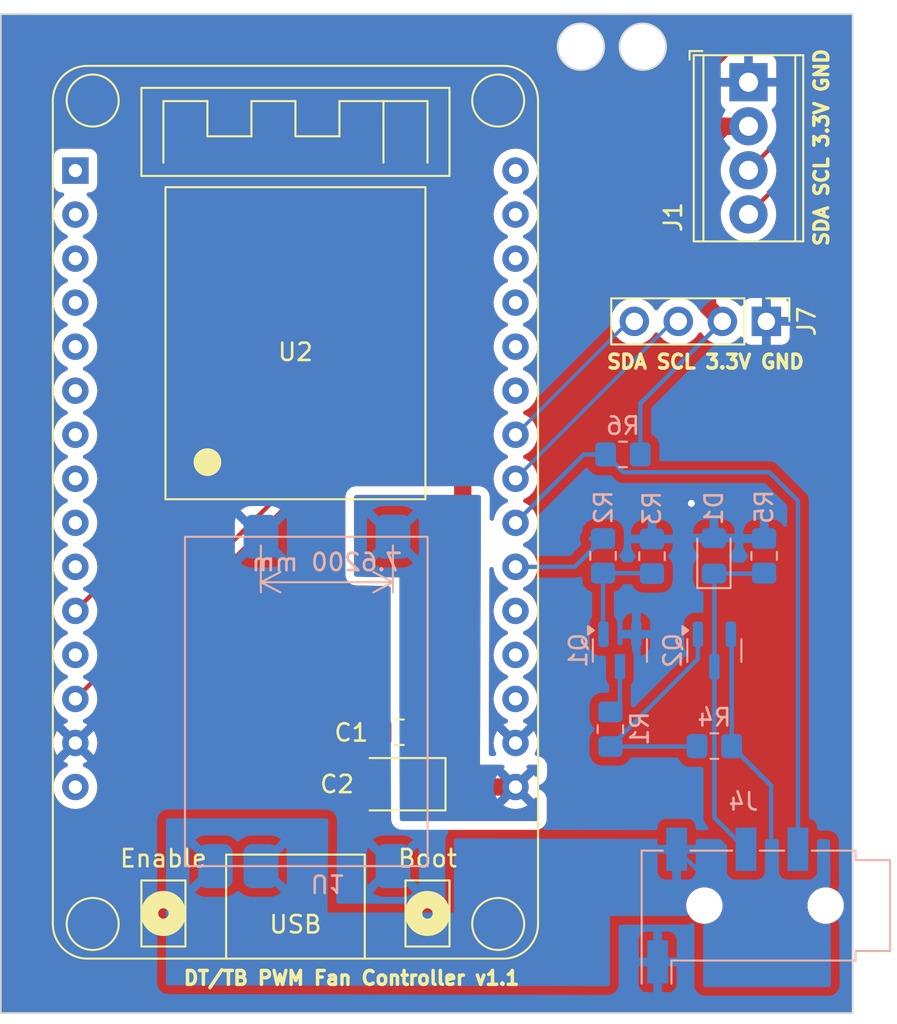
<source format=kicad_pcb>
(kicad_pcb (version 20240108) (generator "pcbnew") (generator_version "8.0")
  (layers (0 "F.Cu" signal) (31 "B.Cu" signal) (34 "B.Paste" user) (35 "F.Paste" user) (36 "B.SilkS" user "B.Silkscreen") (37 "F.SilkS" user "F.Silkscreen") (38 "B.Mask" user) (39 "F.Mask" user) (44 "Edge.Cuts" user))
  (net 0 "")
  (net 1 "Net-(D1-K)")
  (net 2 "GND")
  (net 3 "+10V")
  (net 4 "+3V3")
  (net 18 "Tacho")
  (net 23 "Net-(Q1-B)")
  (net 24 "Net-(Q1-C)")
  (net 25 "Net-(Q2-G)")
  (net 26 "Net-(J1-Pin_3)")
  (net 27 "Net-(J1-Pin_4)")
  (net 28 "SCD41_SCL")
  (net 29 "SCD41_SCA")
  (net 31 "Net-(U2-IO16)")
  (footprint "Capacitor_Tantalum_SMD:CP_EIA-3528-12_Kemet-T_Pad1.50x2.35mm_HandSolder" (layer "F.Cu") (at 96.05 90.425 180)
    (property "Reference" "C2" (at 3.625 0 0) (layer "F.SilkS"))
    (property "Value" "10uF")
    (fp_line (start 1.75 -1.51) (end -2.635 -1.51) (stroke (width 0.12)) (layer "F.SilkS"))
    (fp_line (start -2.635 1.51) (end 1.75 1.51) (stroke (width 0.12)) (layer "F.SilkS"))
    (fp_line (start -2.635 -1.51) (end -2.635 1.51) (stroke (width 0.12)) (layer "F.SilkS"))
    (pad "1" smd roundrect (at -1.625 0 180) (size 1.5 2.35) (layers "F.Cu" "F.Paste" "F.Mask") (roundrect_rratio 0.166667) (net 4 "+3V3"))
    (pad "2" smd roundrect (at 1.625 0 180) (size 1.5 2.35) (layers "F.Cu" "F.Paste" "F.Mask") (roundrect_rratio 0.166667) (net 2 "GND"))
  )
  (footprint "TerminalBlock_Phoenix:TerminalBlock_Phoenix_MPT-0,5-4-2.54_1x04_P2.54mm_Horizontal" (layer "F.Cu") (at 116.17 49.93 -90)
    (property "Reference" "J1" (at 7.78 4.35 90) (layer "F.SilkS"))
    (property "Value" "Screw_Terminal_01x04")
    (fp_line (start -1.8 3.4) (end -1.3 3.4) (stroke (width 0.12)) (layer "F.SilkS"))
    (fp_line (start -1.56 3.16) (end 9.18 3.16) (stroke (width 0.12)) (layer "F.SilkS"))
    (fp_line (start -1.8 2.66) (end -1.8 3.4) (stroke (width 0.12)) (layer "F.SilkS"))
    (fp_line (start -1.56 2.6) (end 9.18 2.6) (stroke (width 0.12)) (layer "F.SilkS"))
    (fp_line (start -1.56 -2.7) (end 9.18 -2.7) (stroke (width 0.12)) (layer "F.SilkS"))
    (fp_line (start -1.56 -3.16) (end -1.56 3.16) (stroke (width 0.12)) (layer "F.SilkS"))
    (fp_line (start -1.56 -3.16) (end 9.18 -3.16) (stroke (width 0.12)) (layer "F.SilkS"))
    (fp_line (start 9.18 -3.16) (end 9.18 3.16) (stroke (width 0.12)) (layer "F.SilkS"))
    (pad "1" thru_hole rect (at 0 0 270) (size 2.2 2.2) (drill 1.1) (layers "*.Cu" "*.Mask") (net 2 "GND"))
    (pad "2" thru_hole circle (at 2.54 0 270) (size 2.2 2.2) (drill 1.1) (layers "*.Cu" "*.Mask") (net 4 "+3V3"))
    (pad "3" thru_hole circle (at 5.08 0 270) (size 2.2 2.2) (drill 1.1) (layers "*.Cu" "*.Mask") (net 26 "Net-(J1-Pin_3)"))
    (pad "4" thru_hole circle (at 7.62 0 270) (size 2.2 2.2) (drill 1.1) (layers "*.Cu" "*.Mask") (net 27 "Net-(J1-Pin_4)"))
  )
  (footprint "A_LOCAL_LIBS:esp32_devkit_v1_doit" (layer "F.Cu") (at 90.025 55.025)
    (property "Reference" "U2" (at 0 10.47 0) (layer "F.SilkS"))
    (property "Value" "ESP32_DevKit_V1_DOIT")
    (fp_line (start -14 -4.04) (end -14 43.46) (stroke (width 0.12)) (layer "F.SilkS"))
    (fp_line (start -12 -6.04) (end 12 -6.04) (stroke (width 0.12)) (layer "F.SilkS"))
    (fp_line (start -12 45.46) (end 12 45.46) (stroke (width 0.12)) (layer "F.SilkS"))
    (fp_line (start -8.89 -4.77) (end 8.89 -4.77) (stroke (width 0.12)) (layer "F.SilkS"))
    (fp_line (start -8.89 0.31) (end -8.89 -4.77) (stroke (width 0.12)) (layer "F.SilkS"))
    (fp_line (start -8.89 40.95) (end -6.35 40.95) (stroke (width 0.12)) (layer "F.SilkS"))
    (fp_line (start -8.89 44.76) (end -8.89 40.95) (stroke (width 0.12)) (layer "F.SilkS"))
    (fp_line (start -7.62 -4.008) (end -5.08 -4.008) (stroke (width 0.12)) (layer "F.SilkS"))
    (fp_line (start -7.62 -0.452) (end -7.62 -4.008) (stroke (width 0.12)) (layer "F.SilkS"))
    (fp_line (start -7.5 0.96) (end 7.5 0.96) (stroke (width 0.12)) (layer "F.SilkS"))
    (fp_line (start -7.5 18.96) (end -7.5 0.96) (stroke (width 0.12)) (layer "F.SilkS"))
    (fp_line (start -6.35 40.95) (end -6.35 44.76) (stroke (width 0.12)) (layer "F.SilkS"))
    (fp_line (start -6.35 44.76) (end -8.89 44.76) (stroke (width 0.12)) (layer "F.SilkS"))
    (fp_line (start -5.08 -4.008) (end -5.08 -1.976) (stroke (width 0.12)) (layer "F.SilkS"))
    (fp_line (start -5.08 -1.976) (end -2.54 -1.976) (stroke (width 0.12)) (layer "F.SilkS"))
    (fp_line (start -4 39.46) (end -4 45.46) (stroke (width 0.12)) (layer "F.SilkS"))
    (fp_line (start -4 39.46) (end 4 39.46) (stroke (width 0.12)) (layer "F.SilkS"))
    (fp_line (start -2.54 -4.008) (end 0 -4.008) (stroke (width 0.12)) (layer "F.SilkS"))
    (fp_line (start -2.54 -1.976) (end -2.54 -4.008) (stroke (width 0.12)) (layer "F.SilkS"))
    (fp_line (start 0 -4.008) (end 0 -1.976) (stroke (width 0.12)) (layer "F.SilkS"))
    (fp_line (start 0 -1.976) (end 2.54 -1.976) (stroke (width 0.12)) (layer "F.SilkS"))
    (fp_line (start 2.54 -4.008) (end 7.62 -4.008) (stroke (width 0.12)) (layer "F.SilkS"))
    (fp_line (start 2.54 -1.976) (end 2.54 -4.008) (stroke (width 0.12)) (layer "F.SilkS"))
    (fp_line (start 4 39.46) (end 4 45.46) (stroke (width 0.12)) (layer "F.SilkS"))
    (fp_line (start 5.08 -4.008) (end 5.08 -0.452) (stroke (width 0.12)) (layer "F.SilkS"))
    (fp_line (start 6.35 40.95) (end 8.89 40.95) (stroke (width 0.12)) (layer "F.SilkS"))
    (fp_line (start 6.35 44.76) (end 6.35 40.95) (stroke (width 0.12)) (layer "F.SilkS"))
    (fp_line (start 7.5 0.96) (end 7.5 18.96) (stroke (width 0.12)) (layer "F.SilkS"))
    (fp_line (start 7.5 18.96) (end -7.5 18.96) (stroke (width 0.12)) (layer "F.SilkS"))
    (fp_line (start 7.62 -4.008) (end 7.62 -0.452) (stroke (width 0.12)) (layer "F.SilkS"))
    (fp_line (start 8.89 -4.77) (end 8.89 0.31) (stroke (width 0.12)) (layer "F.SilkS"))
    (fp_line (start 8.89 0.31) (end -8.89 0.31) (stroke (width 0.12)) (layer "F.SilkS"))
    (fp_line (start 8.89 40.95) (end 8.89 44.76) (stroke (width 0.12)) (layer "F.SilkS"))
    (fp_line (start 8.89 44.76) (end 6.35 44.76) (stroke (width 0.12)) (layer "F.SilkS"))
    (fp_line (start 14 43.46) (end 14 -4.04) (stroke (width 0.12)) (layer "F.SilkS"))
    (fp_arc (start -14 -4.04) (mid -13.414214 -5.454214) (end -12 -6.04) (stroke (width 0.12)) (layer "F.SilkS"))
    (fp_arc (start -12 45.46) (mid -13.414214 44.874214) (end -14 43.46) (stroke (width 0.12)) (layer "F.SilkS"))
    (fp_arc (start 12 -6.04) (mid 13.414214 -5.454214) (end 14 -4.04) (stroke (width 0.12)) (layer "F.SilkS"))
    (fp_arc (start 14 43.46) (mid 13.414214 44.874214) (end 12 45.46) (stroke (width 0.12)) (layer "F.SilkS"))
    (fp_circle (center -11.7 -4.04) (end -10.2 -4.04) (stroke (width 0.12)) (fill none) (layer "F.SilkS"))
    (fp_circle (center -11.7 43.46) (end -10.2 43.46) (stroke (width 0.12)) (fill none) (layer "F.SilkS"))
    (fp_circle (center -7.62 42.855) (end -7.32 42.855) (stroke (width 1)) (fill none) (layer "F.SilkS"))
    (fp_circle (center -5.08 16.82) (end -4.68 16.82) (stroke (width 0.8)) (fill none) (layer "F.SilkS"))
    (fp_circle (center 7.62 42.855) (end 7.92 42.855) (stroke (width 1)) (fill none) (layer "F.SilkS"))
    (fp_circle (center 11.7 -4.04) (end 13.2 -4.04) (stroke (width 0.12)) (fill none) (layer "F.SilkS"))
    (fp_circle (center 11.7 43.46) (end 13.2 43.46) (stroke (width 0.12)) (fill none) (layer "F.SilkS"))
    (fp_text user "USB" (at 0 43.49 0) (layer "F.SilkS"))
    (fp_text user "Enable" (at -7.62 39.68 0) (layer "F.SilkS"))
    (fp_text user "Boot" (at 7.62 39.68 0) (layer "F.SilkS"))
    (pad "1" thru_hole rect (at -12.7 0) (size 1.524 1.524) (drill 0.762) (layers "*.Cu" "*.Mask"))
    (pad "2" thru_hole circle (at -12.7 2.54) (size 1.524 1.524) (drill 0.762) (layers "*.Cu" "*.Mask"))
    (pad "3" thru_hole circle (at -12.7 5.08) (size 1.524 1.524) (drill 0.762) (layers "*.Cu" "*.Mask"))
    (pad "4" thru_hole circle (at -12.7 7.62) (size 1.524 1.524) (drill 0.762) (layers "*.Cu" "*.Mask"))
    (pad "5" thru_hole circle (at -12.7 10.16) (size 1.524 1.524) (drill 0.762) (layers "*.Cu" "*.Mask"))
    (pad "6" thru_hole circle (at -12.7 12.7) (size 1.524 1.524) (drill 0.762) (layers "*.Cu" "*.Mask"))
    (pad "7" thru_hole circle (at -12.7 15.24) (size 1.524 1.524) (drill 0.762) (layers "*.Cu" "*.Mask"))
    (pad "8" thru_hole circle (at -12.7 17.78) (size 1.524 1.524) (drill 0.762) (layers "*.Cu" "*.Mask"))
    (pad "9" thru_hole circle (at -12.7 20.32) (size 1.524 1.524) (drill 0.762) (layers "*.Cu" "*.Mask"))
    (pad "10" thru_hole circle (at -12.7 22.86) (size 1.524 1.524) (drill 0.762) (layers "*.Cu" "*.Mask"))
    (pad "11" thru_hole circle (at -12.7 25.4) (size 1.524 1.524) (drill 0.762) (layers "*.Cu" "*.Mask") (net 27 "Net-(J1-Pin_4)"))
    (pad "12" thru_hole circle (at -12.7 27.94) (size 1.524 1.524) (drill 0.762) (layers "*.Cu" "*.Mask"))
    (pad "13" thru_hole circle (at -12.7 30.48) (size 1.524 1.524) (drill 0.762) (layers "*.Cu" "*.Mask") (net 26 "Net-(J1-Pin_3)"))
    (pad "14" thru_hole circle (at -12.7 33.02) (size 1.524 1.524) (drill 0.762) (layers "*.Cu" "*.Mask") (net 2 "GND"))
    (pad "15" thru_hole circle (at -12.7 35.56) (size 1.524 1.524) (drill 0.762) (layers "*.Cu" "*.Mask"))
    (pad "16" thru_hole circle (at 12.7 35.56) (size 1.524 1.524) (drill 0.762) (layers "*.Cu" "*.Mask") (net 4 "+3V3"))
    (pad "17" thru_hole circle (at 12.7 33.02) (size 1.524 1.524) (drill 0.762) (layers "*.Cu" "*.Mask") (net 2 "GND"))
    (pad "18" thru_hole circle (at 12.7 30.48) (size 1.524 1.524) (drill 0.762) (layers "*.Cu" "*.Mask"))
    (pad "19" thru_hole circle (at 12.7 27.94) (size 1.524 1.524) (drill 0.762) (layers "*.Cu" "*.Mask"))
    (pad "20" thru_hole circle (at 12.7 25.4) (size 1.524 1.524) (drill 0.762) (layers "*.Cu" "*.Mask"))
    (pad "21" thru_hole circle (at 12.7 22.86) (size 1.524 1.524) (drill 0.762) (layers "*.Cu" "*.Mask") (net 31 "Net-(U2-IO16)"))
    (pad "22" thru_hole circle (at 12.7 20.32) (size 1.524 1.524) (drill 0.762) (layers "*.Cu" "*.Mask") (net 18 "Tacho"))
    (pad "23" thru_hole circle (at 12.7 17.78) (size 1.524 1.524) (drill 0.762) (layers "*.Cu" "*.Mask") (net 28 "SCD41_SCL"))
    (pad "24" thru_hole circle (at 12.7 15.24) (size 1.524 1.524) (drill 0.762) (layers "*.Cu" "*.Mask") (net 29 "SCD41_SCA"))
    (pad "25" thru_hole circle (at 12.7 12.7) (size 1.524 1.524) (drill 0.762) (layers "*.Cu" "*.Mask"))
    (pad "26" thru_hole circle (at 12.7 10.16) (size 1.524 1.524) (drill 0.762) (layers "*.Cu" "*.Mask"))
    (pad "27" thru_hole circle (at 12.7 7.62) (size 1.524 1.524) (drill 0.762) (layers "*.Cu" "*.Mask"))
    (pad "28" thru_hole circle (at 12.7 5.08) (size 1.524 1.524) (drill 0.762) (layers "*.Cu" "*.Mask"))
    (pad "29" thru_hole circle (at 12.7 2.54) (size 1.524 1.524) (drill 0.762) (layers "*.Cu" "*.Mask"))
    (pad "30" thru_hole circle (at 12.7 0) (size 1.524 1.524) (drill 0.762) (layers "*.Cu" "*.Mask"))
  )
  (footprint "Connector_PinHeader_2.54mm:PinHeader_1x04_P2.54mm_Vertical" (layer "F.Cu") (at 117.2 63.725 -90)
    (property "Reference" "J7" (at 0 -2.33 90) (layer "F.SilkS"))
    (property "Value" "Conn_01x04")
    (fp_line (start -1.33 8.95) (end 1.33 8.95) (stroke (width 0.12)) (layer "F.SilkS"))
    (fp_line (start -1.33 1.27) (end -1.33 8.95) (stroke (width 0.12)) (layer "F.SilkS"))
    (fp_line (start -1.33 1.27) (end 1.33 1.27) (stroke (width 0.12)) (layer "F.SilkS"))
    (fp_line (start 1.33 1.27) (end 1.33 8.95) (stroke (width 0.12)) (layer "F.SilkS"))
    (fp_line (start -1.33 0) (end -1.33 -1.33) (stroke (width 0.12)) (layer "F.SilkS"))
    (fp_line (start -1.33 -1.33) (end 0 -1.33) (stroke (width 0.12)) (layer "F.SilkS"))
    (pad "1" thru_hole rect (at 0 0 270) (size 1.7 1.7) (drill 1) (layers "*.Cu" "*.Mask") (net 2 "GND"))
    (pad "2" thru_hole oval (at 0 2.54 270) (size 1.7 1.7) (drill 1) (layers "*.Cu" "*.Mask") (net 4 "+3V3"))
    (pad "3" thru_hole oval (at 0 5.08 270) (size 1.7 1.7) (drill 1) (layers "*.Cu" "*.Mask") (net 28 "SCD41_SCL"))
    (pad "4" thru_hole oval (at 0 7.62 270) (size 1.7 1.7) (drill 1) (layers "*.Cu" "*.Mask") (net 29 "SCD41_SCA"))
  )
  (footprint "Capacitor_SMD:C_0805_2012Metric_Pad1.18x1.45mm_HandSolder" (layer "F.Cu") (at 96.0125 87.425 180)
    (property "Reference" "C1" (at 2.7625 -0.025 0) (layer "F.SilkS"))
    (property "Value" "0.1uF")
    (fp_line (start -0.261252 0.735) (end 0.261252 0.735) (stroke (width 0.12)) (layer "F.SilkS"))
    (fp_line (start -0.261252 -0.735) (end 0.261252 -0.735) (stroke (width 0.12)) (layer "F.SilkS"))
    (pad "1" smd roundrect (at -1.0375 0 180) (size 1.175 1.45) (layers "F.Cu" "F.Paste" "F.Mask") (roundrect_rratio 0.212766) (net 4 "+3V3"))
    (pad "2" smd roundrect (at 1.0375 0 180) (size 1.175 1.45) (layers "F.Cu" "F.Paste" "F.Mask") (roundrect_rratio 0.212766) (net 2 "GND"))
  )
  (footprint "Package_TO_SOT_SMD:SOT-23" (layer "B.Cu") (at 114.2 82.7125 -90)
    (property "Reference" "Q2" (at 0 2.4 90) (layer "B.SilkS") (effects (justify mirror)))
    (property "Value" "BSS84")
    (fp_line (start -0.65 1.56) (end 0 1.56) (stroke (width 0.12)) (layer "B.SilkS"))
    (fp_line (start 0.65 1.56) (end 0 1.56) (stroke (width 0.12)) (layer "B.SilkS"))
    (fp_line (start -0.65 -1.56) (end 0 -1.56) (stroke (width 0.12)) (layer "B.SilkS"))
    (fp_line (start 0.65 -1.56) (end 0 -1.56) (stroke (width 0.12)) (layer "B.SilkS"))
    (fp_poly (pts (xy -1.1625 1.51) (xy -1.4025 1.84) (xy -0.9225 1.84) (xy -1.1625 1.51)) (stroke (width 0.12)) (fill solid) (layer "B.SilkS"))
    (pad "1" smd roundrect (at -0.9375 0.95 270) (size 1.475 0.6) (layers "B.Cu" "B.Paste" "B.Mask") (net 25 "Net-(Q2-G)"))
    (pad "2" smd roundrect (at -0.9375 -0.95 270) (size 1.475 0.6) (layers "B.Cu" "B.Paste" "B.Mask") (net 3 "+10V"))
    (pad "3" smd roundrect (at 0.9375 0 270) (size 1.475 0.6) (layers "B.Cu" "B.Paste" "B.Mask") (net 1 "Net-(D1-K)"))
  )
  (footprint "Resistor_SMD:R_0805_2012Metric_Pad1.20x1.40mm_HandSolder" (layer "B.Cu") (at 117.075 77.25 90)
    (property "Reference" "R5" (at 2.825 0 90) (layer "B.SilkS") (effects (justify mirror)))
    (property "Value" "10K")
    (fp_line (start 0.227064 -0.735) (end -0.227064 -0.735) (stroke (width 0.12)) (layer "B.SilkS"))
    (fp_line (start 0.227064 0.735) (end -0.227064 0.735) (stroke (width 0.12)) (layer "B.SilkS"))
    (pad "1" smd roundrect (at -1 0 90) (size 1.2 1.4) (layers "B.Cu" "B.Paste" "B.Mask") (roundrect_rratio 0.2083333333) (net 1 "Net-(D1-K)"))
    (pad "2" smd roundrect (at 1 0 90) (size 1.2 1.4) (layers "B.Cu" "B.Paste" "B.Mask") (roundrect_rratio 0.2083333333) (net 2 "GND"))
  )
  (footprint "Resistor_SMD:R_0805_2012Metric_Pad1.20x1.40mm_HandSolder" (layer "B.Cu") (at 107.775 77.25 -90)
    (property "Reference" "R2" (at -2.8 -0.025 90) (layer "B.SilkS") (effects (justify mirror)))
    (property "Value" "2.2k")
    (fp_line (start 0.227064 0.735) (end -0.227064 0.735) (stroke (width 0.12)) (layer "B.SilkS"))
    (fp_line (start 0.227064 -0.735) (end -0.227064 -0.735) (stroke (width 0.12)) (layer "B.SilkS"))
    (pad "1" smd roundrect (at -1 0 270) (size 1.2 1.4) (layers "B.Cu" "B.Paste" "B.Mask") (roundrect_rratio 0.2083333333) (net 31 "Net-(U2-IO16)"))
    (pad "2" smd roundrect (at 1 0 270) (size 1.2 1.4) (layers "B.Cu" "B.Paste" "B.Mask") (roundrect_rratio 0.2083333333) (net 23 "Net-(Q1-B)"))
  )
  (footprint "Resistor_SMD:R_0805_2012Metric_Pad1.20x1.40mm_HandSolder" (layer "B.Cu") (at 108.2 87.25 90)
    (property "Reference" "R1" (at 0.035 1.695 90) (layer "B.SilkS") (effects (justify mirror)))
    (property "Value" "10K")
    (fp_line (start 0.227064 -0.735) (end -0.227064 -0.735) (stroke (width 0.12)) (layer "B.SilkS"))
    (fp_line (start 0.227064 0.735) (end -0.227064 0.735) (stroke (width 0.12)) (layer "B.SilkS"))
    (pad "1" smd roundrect (at -1 0 90) (size 1.2 1.4) (layers "B.Cu" "B.Paste" "B.Mask") (roundrect_rratio 0.2083333333) (net 25 "Net-(Q2-G)"))
    (pad "2" smd roundrect (at 1 0 90) (size 1.2 1.4) (layers "B.Cu" "B.Paste" "B.Mask") (roundrect_rratio 0.2083333333) (net 24 "Net-(Q1-C)"))
  )
  (footprint "Connector_Audio:Jack_3.5mm_KoreanHropartsElec_PJ-320D-4A_Horizontal" (layer "B.Cu") (at 115.875 97.425 180)
    (property "Reference" "J4" (at 0 6 0) (layer "B.SilkS") (effects (justify mirror)))
    (property "Value" "AudioJack4")
    (fp_line (start 5.87 -4.5) (end 5.87 3.17) (stroke (width 0.12)) (layer "B.SilkS"))
    (fp_line (start 4.65 3.17) (end 5.87 3.17) (stroke (width 0.12)) (layer "B.SilkS"))
    (fp_line (start 4.15 -3.17) (end 4.15 -4.5) (stroke (width 0.12)) (layer "B.SilkS"))
    (fp_line (start 3.05 3.17) (end 0.65 3.17) (stroke (width 0.12)) (layer "B.SilkS"))
    (fp_line (start -0.95 3.17) (end -2.35 3.17) (stroke (width 0.12)) (layer "B.SilkS"))
    (fp_line (start -3.95 3.17) (end -6.47 3.17) (stroke (width 0.12)) (layer "B.SilkS"))
    (fp_line (start -6.47 3.17) (end -6.47 2.62) (stroke (width 0.12)) (layer "B.SilkS"))
    (fp_line (start -6.47 2.62) (end -8.47 2.62) (stroke (width 0.12)) (layer "B.SilkS"))
    (fp_line (start -6.47 -2.62) (end -6.47 -3.17) (stroke (width 0.12)) (layer "B.SilkS"))
    (fp_line (start -6.47 -3.17) (end 4.15 -3.17) (stroke (width 0.12)) (layer "B.SilkS"))
    (fp_line (start -8.47 2.62) (end -8.47 -2.62) (stroke (width 0.12)) (layer "B.SilkS"))
    (fp_line (start -8.47 -2.62) (end -6.47 -2.62) (stroke (width 0.12)) (layer "B.SilkS"))
    (pad "" np_thru_hole circle (at -4.75 0 180) (size 1.6 1.6) (drill 1.6) (layers "F&B.Cu" "*.Mask"))
    (pad "" np_thru_hole circle (at 2.25 0 180) (size 1.6 1.6) (drill 1.6) (layers "F&B.Cu" "*.Mask"))
    (pad "R1" smd rect (at -0.15 3.25 180) (size 1.2 2.5) (layers "B.Cu" "B.Paste" "B.Mask") (net 1 "Net-(D1-K)"))
    (pad "R2" smd rect (at -3.15 3.25 180) (size 1.2 2.5) (layers "B.Cu" "B.Paste" "B.Mask") (net 18 "Tacho"))
    (pad "S" smd rect (at 4.95 -3.25 180) (size 1.2 2.5) (layers "B.Cu" "B.Paste" "B.Mask") (net 2 "GND"))
    (pad "T" smd rect (at 3.85 3.25 180) (size 1.2 2.5) (layers "B.Cu" "B.Paste" "B.Mask") (net 3 "+10V"))
  )
  (footprint "Package_TO_SOT_SMD:SOT-23" (layer "B.Cu") (at 108.75 82.7125 -90)
    (property "Reference" "Q1" (at 0 2.4 90) (layer "B.SilkS") (effects (justify mirror)))
    (property "Value" "MMBT3904")
    (fp_line (start -0.65 1.56) (end 0 1.56) (stroke (width 0.12)) (layer "B.SilkS"))
    (fp_line (start 0.65 1.56) (end 0 1.56) (stroke (width 0.12)) (layer "B.SilkS"))
    (fp_line (start -0.65 -1.56) (end 0 -1.56) (stroke (width 0.12)) (layer "B.SilkS"))
    (fp_line (start 0.65 -1.56) (end 0 -1.56) (stroke (width 0.12)) (layer "B.SilkS"))
    (fp_poly (pts (xy -1.1625 1.51) (xy -1.4025 1.84) (xy -0.9225 1.84) (xy -1.1625 1.51)) (stroke (width 0.12)) (fill solid) (layer "B.SilkS"))
    (pad "1" smd roundrect (at -0.9375 0.95 270) (size 1.475 0.6) (layers "B.Cu" "B.Paste" "B.Mask") (net 23 "Net-(Q1-B)"))
    (pad "2" smd roundrect (at -0.9375 -0.95 270) (size 1.475 0.6) (layers "B.Cu" "B.Paste" "B.Mask") (net 2 "GND"))
    (pad "3" smd roundrect (at 0.9375 0 270) (size 1.475 0.6) (layers "B.Cu" "B.Paste" "B.Mask") (net 24 "Net-(Q1-C)"))
  )
  (footprint "A_LOCAL_LIBS:Buck-Boost-Converter-Board-3.3V" (layer "B.Cu") (at 83.65 95.15)
    (property "Reference" "U1" (at 8.25 1 180) (layer "B.SilkS") (effects (justify mirror)))
    (property "Value" "~")
    (fp_rect (start 0 0) (end 14 -19) (stroke (width 0.12)) (fill none) (layer "B.SilkS"))
    (dimension (type aligned) (layer "B.SilkS") (pts (xy 88.03 76.15) (xy 95.65 76.15)) (height 2.62) (gr_text "7.6200 mm" (at 91.84 77.62 0) (layer "B.SilkS") (effects (font (size 1 1) (thickness 0.15)) (justify mirror))) (format (prefix "") (suffix "") (units 3) (units_format 1) (precision 4)) (style (thickness 0.12) (arrow_length 1.27) (text_position_mode 0) (extension_height 0.58642) (extension_offset 0.5) keep_text_aligned))
    (pad "1" smd roundrect (at 1.75 0) (size 2 2.54) (layers "B.Cu" "B.Paste" "B.Mask") (net 3 "+10V"))
    (pad "2" smd roundrect (at 4.38 0) (size 2 2.54) (layers "B.Cu" "B.Paste" "B.Mask") (net 3 "+10V"))
    (pad "3" smd roundrect (at 12 0) (size 2 2.54) (layers "B.Cu" "B.Paste" "B.Mask") (net 2 "GND"))
    (pad "4" smd roundrect (at 4.38 -19) (size 2 2.54) (layers "B.Cu" "B.Paste" "B.Mask") (net 2 "GND"))
    (pad "5" smd roundrect (at 12 -19) (size 2 2.54) (layers "B.Cu" "B.Paste" "B.Mask") (net 4 "+3V3"))
  )
  (footprint "Resistor_SMD:R_0805_2012Metric_Pad1.20x1.40mm_HandSolder" (layer "B.Cu") (at 108.925 71.4 180)
    (property "Reference" "R6" (at 0 1.65 360) (layer "B.SilkS") (effects (justify mirror)))
    (property "Value" "10K")
    (fp_line (start 0.227064 0.735) (end -0.227064 0.735) (stroke (width 0.12)) (layer "B.SilkS"))
    (fp_line (start 0.227064 -0.735) (end -0.227064 -0.735) (stroke (width 0.12)) (layer "B.SilkS"))
    (pad "1" smd roundrect (at -1 0 180) (size 1.2 1.4) (layers "B.Cu" "B.Paste" "B.Mask") (roundrect_rratio 0.208333) (net 4 "+3V3"))
    (pad "2" smd roundrect (at 1 0 180) (size 1.2 1.4) (layers "B.Cu" "B.Paste" "B.Mask") (roundrect_rratio 0.208333) (net 18 "Tacho"))
  )
  (footprint "Resistor_SMD:R_0805_2012Metric_Pad1.20x1.40mm_HandSolder" (layer "B.Cu") (at 114.2 88.225 180)
    (property "Reference" "R4" (at 0 1.65 0) (layer "B.SilkS") (effects (justify mirror)))
    (property "Value" "3.3k")
    (fp_line (start 0.227064 0.735) (end -0.227064 0.735) (stroke (width 0.12)) (layer "B.SilkS"))
    (fp_line (start 0.227064 -0.735) (end -0.227064 -0.735) (stroke (width 0.12)) (layer "B.SilkS"))
    (pad "1" smd roundrect (at -1 0 180) (size 1.2 1.4) (layers "B.Cu" "B.Paste" "B.Mask") (roundrect_rratio 0.2083333333) (net 3 "+10V"))
    (pad "2" smd roundrect (at 1 0 180) (size 1.2 1.4) (layers "B.Cu" "B.Paste" "B.Mask") (roundrect_rratio 0.2083333333) (net 25 "Net-(Q2-G)"))
  )
  (footprint "Diode_SMD:D_0805_2012Metric_Pad1.15x1.40mm_HandSolder" (layer "B.Cu") (at 114.175 77.25 90)
    (property "Reference" "D1" (at 2.75 0 90) (layer "B.SilkS") (effects (justify mirror)))
    (property "Value" "D_Zener_Small")
    (fp_line (start 1 -0.96) (end -1.86 -0.96) (stroke (width 0.12)) (layer "B.SilkS"))
    (fp_line (start -1.86 -0.96) (end -1.86 0.96) (stroke (width 0.12)) (layer "B.SilkS"))
    (fp_line (start -1.86 0.96) (end 1 0.96) (stroke (width 0.12)) (layer "B.SilkS"))
    (pad "1" smd roundrect (at -1.025 0 90) (size 1.15 1.4) (layers "B.Cu" "B.Paste" "B.Mask") (roundrect_rratio 0.2173913043) (net 1 "Net-(D1-K)"))
    (pad "2" smd roundrect (at 1.025 0 90) (size 1.15 1.4) (layers "B.Cu" "B.Paste" "B.Mask") (roundrect_rratio 0.2173913043) (net 2 "GND"))
  )
  (footprint "Resistor_SMD:R_0805_2012Metric_Pad1.20x1.40mm_HandSolder" (layer "B.Cu") (at 110.6 77.275 90)
    (property "Reference" "R3" (at 2.775 0 90) (layer "B.SilkS") (effects (justify mirror)))
    (property "Value" "10K")
    (fp_line (start 0.227064 -0.735) (end -0.227064 -0.735) (stroke (width 0.12)) (layer "B.SilkS"))
    (fp_line (start 0.227064 0.735) (end -0.227064 0.735) (stroke (width 0.12)) (layer "B.SilkS"))
    (pad "1" smd roundrect (at -1 0 90) (size 1.2 1.4) (layers "B.Cu" "B.Paste" "B.Mask") (roundrect_rratio 0.2083333333) (net 23 "Net-(Q1-B)"))
    (pad "2" smd roundrect (at 1 0 90) (size 1.2 1.4) (layers "B.Cu" "B.Paste" "B.Mask") (roundrect_rratio 0.2083333333) (net 2 "GND"))
  )
  (gr_circle (center 110.07 47.88) (end 111.22 48.58) (stroke (width 0.1)) (fill none) (layer "Edge.Cuts"))
  (gr_rect (start 73.025 46) (end 122.175 103.625) (stroke (width 0.1)) (fill none) (layer "Edge.Cuts"))
  (gr_circle (center 106.5 47.88) (end 107.65 48.58) (stroke (width 0.1)) (fill none) (layer "Edge.Cuts"))
  (gr_text "DT/TB PWM Fan Controller v1.1" (at 83.475 102.075 0) (layer "F.SilkS") (effects (font (size 0.8 0.8) (thickness 0.2) (bold yes)) (justify left bottom)))
  (gr_text "SDA SCL 3.3V GND" (at 120.85 59.48 90) (layer "F.SilkS") (effects (font (size 0.8 0.8) (thickness 0.2) (bold yes)) (justify left bottom)))
  (gr_text "SDA SCL 3.3V GND" (at 107.9 66.525 0) (layer "F.SilkS") (effects (font (size 0.8 0.8) (thickness 0.2) (bold yes)) (justify left bottom)))
  (segment (start 114.2 83.65) (end 114.2 92.35) (width 0.25) (layer "B.Cu") (net 1))
  (segment (start 114.2 83.65) (end 114.2 78.3) (width 0.25) (layer "B.Cu") (net 1))
  (segment (start 114.2 92.35) (end 116.025 94.175) (width 0.25) (layer "B.Cu") (net 1))
  (segment (start 114.175 78.275) (end 117.05 78.275) (width 0.25) (layer "B.Cu") (net 1))
  (segment (start 114.2 78.3) (end 114.175 78.275) (width 0.25) (layer "B.Cu") (net 1))
  (via (at 112.875 74.225) (size 0.8) (drill 0.4) (layers "F.Cu" "B.Cu") (net 2))
  (segment (start 114.075 96.225) (end 112.025 94.175) (width 0.25) (layer "B.Cu") (net 3))
  (segment (start 115.2 88.225) (end 117.475 90.5) (width 0.25) (layer "B.Cu") (net 3))
  (segment (start 117.05 96.225) (end 114.075 96.225) (width 0.25) (layer "B.Cu") (net 3))
  (segment (start 115.2 88.225) (end 115.2 81.825) (width 0.25) (layer "B.Cu") (net 3))
  (segment (start 117.475 90.5) (end 117.475 95.8) (width 0.25) (layer "B.Cu") (net 3))
  (segment (start 117.475 95.8) (end 117.05 96.225) (width 0.25) (layer "B.Cu") (net 3))
  (segment (start 115.2 81.825) (end 115.15 81.775) (width 0.25) (layer "B.Cu") (net 3))
  (segment (start 99.68 90.54) (end 99.68 52.44) (width 1) (layer "F.Cu") (net 4))
  (segment (start 113.81 62.875) (end 114.66 63.725) (width 1) (layer "F.Cu") (net 4))
  (segment (start 106.95 52.44) (end 106.98 52.47) (width 1) (layer "F.Cu") (net 4))
  (segment (start 99.68 52.44) (end 106.95 52.44) (width 1) (layer "F.Cu") (net 4))
  (segment (start 113.81 53.41) (end 113.81 62.875) (width 1) (layer "F.Cu") (net 4))
  (segment (start 114.75 52.47) (end 116.17 52.47) (width 1) (layer "F.Cu") (net 4))
  (segment (start 99.725 90.585) (end 99.68 90.54) (width 1) (layer "F.Cu") (net 4))
  (segment (start 102.725 90.585) (end 99.725 90.585) (width 1) (layer "F.Cu") (net 4))
  (segment (start 106.98 52.47) (end 114.75 52.47) (width 1) (layer "F.Cu") (net 4))
  (segment (start 114.75 52.47) (end 113.81 53.41) (width 1) (layer "F.Cu") (net 4))
  (segment (start 99.69 90.55) (end 99.725 90.585) (width 0.3) (layer "F.Cu") (net 4))
  (segment (start 109.925 71.4) (end 109.925 68.46) (width 0.25) (layer "B.Cu") (net 4))
  (segment (start 109.925 68.46) (end 114.66 63.725) (width 0.25) (layer "B.Cu") (net 4))
  (segment (start 117.375 72.425) (end 119.025 74.075) (width 0.25) (layer "B.Cu") (net 18))
  (segment (start 106.67 71.4) (end 102.725 75.345) (width 0.25) (layer "B.Cu") (net 18))
  (segment (start 119.025 74.075) (end 119.025 94.175) (width 0.25) (layer "B.Cu") (net 18))
  (segment (start 107.925 71.4) (end 108.95 72.425) (width 0.25) (layer "B.Cu") (net 18))
  (segment (start 108.95 72.425) (end 117.375 72.425) (width 0.25) (layer "B.Cu") (net 18))
  (segment (start 107.925 71.4) (end 106.67 71.4) (width 0.25) (layer "B.Cu") (net 18))
  (segment (start 107.775 78.25) (end 107.775 81.75) (width 0.25) (layer "B.Cu") (net 23))
  (segment (start 107.775 78.25) (end 110.575 78.25) (width 0.25) (layer "B.Cu") (net 23))
  (segment (start 108.75 83.65) (end 108.75 85.7) (width 0.25) (layer "B.Cu") (net 24))
  (segment (start 108.75 85.7) (end 108.2 86.25) (width 0.25) (layer "B.Cu") (net 24))
  (segment (start 113.225 88.25) (end 113.25 88.225) (width 0.25) (layer "B.Cu") (net 25))
  (segment (start 113.175 88.25) (end 113.2 88.225) (width 0.25) (layer "B.Cu") (net 25))
  (segment (start 113.25 81.775) (end 113.25 83.2) (width 0.25) (layer "B.Cu") (net 25))
  (segment (start 108.2 88.25) (end 113.175 88.25) (width 0.25) (layer "B.Cu") (net 25))
  (segment (start 113.25 83.2) (end 108.2 88.25) (width 0.25) (layer "B.Cu") (net 25))
  (segment (start 115.27 47.98) (end 117.95 47.98) (width 0.25) (layer "F.Cu") (net 26))
  (segment (start 99.388274 51.045) (end 112.205 51.045) (width 0.25) (layer "F.Cu") (net 26))
  (segment (start 98.905 51.528274) (end 99.388274 51.045) (width 0.25) (layer "F.Cu") (net 26))
  (segment (start 98.855 63.975) (end 98.855 52.098274) (width 0.25) (layer "F.Cu") (net 26))
  (segment (start 118.26 48.29) (end 118.26 52.92) (width 0.25) (layer "F.Cu") (net 26))
  (segment (start 77.325 85.505) (end 98.855 63.975) (width 0.25) (layer "F.Cu") (net 26))
  (segment (start 117.95 47.98) (end 118.26 48.29) (width 0.25) (layer "F.Cu") (net 26))
  (segment (start 98.905 52.048274) (end 98.905 51.528274) (width 0.25) (layer "F.Cu") (net 26))
  (segment (start 98.855 52.098274) (end 98.905 52.048274) (width 0.25) (layer "F.Cu") (net 26))
  (segment (start 112.205 51.045) (end 115.27 47.98) (width 0.25) (layer "F.Cu") (net 26))
  (segment (start 118.26 52.92) (end 116.17 55.01) (width 0.25) (layer "F.Cu") (net 26))
  (segment (start 99.201878 50.595) (end 112.018604 50.595) (width 0.25) (layer "F.Cu") (net 27))
  (segment (start 118.136396 47.53) (end 118.71 48.103604) (width 0.25) (layer "F.Cu") (net 27))
  (segment (start 115.083604 47.53) (end 118.136396 47.53) (width 0.25) (layer "F.Cu") (net 27))
  (segment (start 118.71 55.01) (end 116.17 57.55) (width 0.25) (layer "F.Cu") (net 27))
  (segment (start 77.325 80.425) (end 98.405 59.345) (width 0.25) (layer "F.Cu") (net 27))
  (segment (start 112.018604 50.595) (end 115.083604 47.53) (width 0.25) (layer "F.Cu") (net 27))
  (segment (start 118.71 48.103604) (end 118.71 55.01) (width 0.25) (layer "F.Cu") (net 27))
  (segment (start 98.405 51.391878) (end 99.201878 50.595) (width 0.25) (layer "F.Cu") (net 27))
  (segment (start 98.405 59.345) (end 98.405 51.391878) (width 0.25) (layer "F.Cu") (net 27))
  (segment (start 102.725 72.805) (end 111.805 63.725) (width 0.2) (layer "B.Cu") (net 28))
  (segment (start 111.805 63.725) (end 112.12 63.725) (width 0.2) (layer "B.Cu") (net 28))
  (segment (start 109.265 63.725) (end 109.58 63.725) (width 0.2) (layer "B.Cu") (net 29))
  (segment (start 102.725 70.265) (end 109.265 63.725) (width 0.2) (layer "B.Cu") (net 29))
  (segment (start 102.725 77.885) (end 106.14 77.885) (width 0.25) (layer "B.Cu") (net 31))
  (segment (start 107.075 76.25) (end 107.775 76.25) (width 0.25) (layer "B.Cu") (net 31))
  (segment (start 106.14 77.885) (end 107.775 76.25) (width 0.25) (layer "B.Cu") (net 31))
  (zone (net 2) (net_name "GND") (layer "F.Cu") (connect_pads (clearance 0.5)) (min_thickness 0.25) (fill yes (thermal_gap 0.5) (thermal_bridge_width 0.5))
    (polygon (pts (xy 73.025 46) (xy 122.175 46) (xy 122.175 103.625) (xy 73.025 103.625)))
  )
  (zone (net 4) (net_name "+3V3") (layers "F&B.Cu") (priority 1) (connect_pads (clearance 0.5)) (min_thickness 0.25) (fill yes (thermal_gap 0.5) (thermal_bridge_width 0.5))
    (polygon (pts (xy 104.05 89.3) (xy 104.025 90.6) (xy 104.025 91.725) (xy 104.025 92.55) (xy 96.05 92.55) (xy 96.025 85.95) (xy 96.025 78.5) (xy 93.41 78.45) (xy 93.41 73.74) (xy 100.73 73.74) (xy 100.675 89.3)))
  )
  (zone (net 2) (net_name "GND") (layer "B.Cu") (connect_pads (clearance 0.5)) (min_thickness 0.25) (fill yes (thermal_gap 0.5) (thermal_bridge_width 0.5))
    (polygon (pts (xy 73.025 46) (xy 122.175 46) (xy 122.175 103.625) (xy 73.025 103.625)))
  )
  (zone (net 3) (net_name "+10V") (layer "B.Cu") (priority 1) (connect_pads (clearance 0.5)) (min_thickness 0.25) (fill yes (thermal_gap 0.5) (thermal_bridge_width 0.5))
    (polygon (pts (xy 120.875 93.6) (xy 99.175 93.55) (xy 99.175 97.825) (xy 91.875 97.825) (xy 91.92 92.39) (xy 82.55 92.39) (xy 82.55 102.025) (xy 108.175 102.075) (xy 108.175 98.025) (xy 113.55 98.025) (xy 113.55 102.125) (xy 120.925 102.125)))
  )
)
</source>
